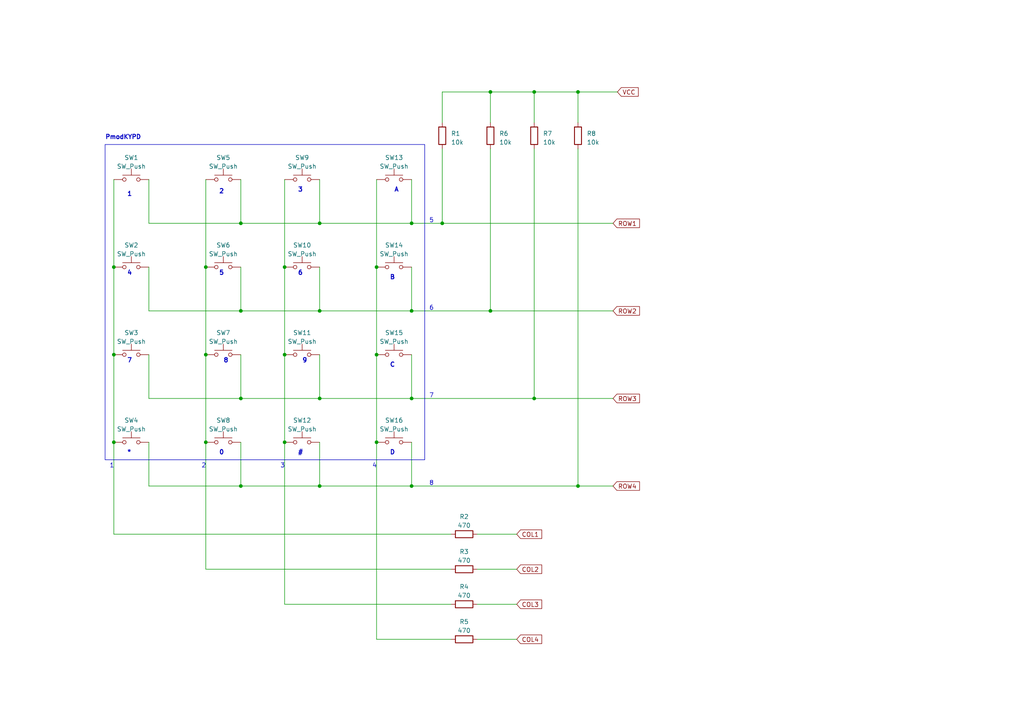
<source format=kicad_sch>
(kicad_sch (version 20230121) (generator eeschema)

  (uuid b4a36a6c-c955-49a8-9052-dbc7ea971579)

  (paper "A4")

  (title_block
    (title "KeyPad PmodKYPD")
    (date "2023-06-15")
  )

  (lib_symbols
    (symbol "Device:R" (pin_numbers hide) (pin_names (offset 0)) (in_bom yes) (on_board yes)
      (property "Reference" "R" (at 2.032 0 90)
        (effects (font (size 1.27 1.27)))
      )
      (property "Value" "R" (at 0 0 90)
        (effects (font (size 1.27 1.27)))
      )
      (property "Footprint" "" (at -1.778 0 90)
        (effects (font (size 1.27 1.27)) hide)
      )
      (property "Datasheet" "~" (at 0 0 0)
        (effects (font (size 1.27 1.27)) hide)
      )
      (property "ki_keywords" "R res resistor" (at 0 0 0)
        (effects (font (size 1.27 1.27)) hide)
      )
      (property "ki_description" "Resistor" (at 0 0 0)
        (effects (font (size 1.27 1.27)) hide)
      )
      (property "ki_fp_filters" "R_*" (at 0 0 0)
        (effects (font (size 1.27 1.27)) hide)
      )
      (symbol "R_0_1"
        (rectangle (start -1.016 -2.54) (end 1.016 2.54)
          (stroke (width 0.254) (type default))
          (fill (type none))
        )
      )
      (symbol "R_1_1"
        (pin passive line (at 0 3.81 270) (length 1.27)
          (name "~" (effects (font (size 1.27 1.27))))
          (number "1" (effects (font (size 1.27 1.27))))
        )
        (pin passive line (at 0 -3.81 90) (length 1.27)
          (name "~" (effects (font (size 1.27 1.27))))
          (number "2" (effects (font (size 1.27 1.27))))
        )
      )
    )
    (symbol "Switch:SW_Push" (pin_numbers hide) (pin_names (offset 1.016) hide) (in_bom yes) (on_board yes)
      (property "Reference" "SW" (at 1.27 2.54 0)
        (effects (font (size 1.27 1.27)) (justify left))
      )
      (property "Value" "SW_Push" (at 0 -1.524 0)
        (effects (font (size 1.27 1.27)))
      )
      (property "Footprint" "" (at 0 5.08 0)
        (effects (font (size 1.27 1.27)) hide)
      )
      (property "Datasheet" "~" (at 0 5.08 0)
        (effects (font (size 1.27 1.27)) hide)
      )
      (property "ki_keywords" "switch normally-open pushbutton push-button" (at 0 0 0)
        (effects (font (size 1.27 1.27)) hide)
      )
      (property "ki_description" "Push button switch, generic, two pins" (at 0 0 0)
        (effects (font (size 1.27 1.27)) hide)
      )
      (symbol "SW_Push_0_1"
        (circle (center -2.032 0) (radius 0.508)
          (stroke (width 0) (type default))
          (fill (type none))
        )
        (polyline
          (pts
            (xy 0 1.27)
            (xy 0 3.048)
          )
          (stroke (width 0) (type default))
          (fill (type none))
        )
        (polyline
          (pts
            (xy 2.54 1.27)
            (xy -2.54 1.27)
          )
          (stroke (width 0) (type default))
          (fill (type none))
        )
        (circle (center 2.032 0) (radius 0.508)
          (stroke (width 0) (type default))
          (fill (type none))
        )
        (pin passive line (at -5.08 0 0) (length 2.54)
          (name "1" (effects (font (size 1.27 1.27))))
          (number "1" (effects (font (size 1.27 1.27))))
        )
        (pin passive line (at 5.08 0 180) (length 2.54)
          (name "2" (effects (font (size 1.27 1.27))))
          (number "2" (effects (font (size 1.27 1.27))))
        )
      )
    )
  )

  (junction (at 33.02 128.27) (diameter 0) (color 0 0 0 0)
    (uuid 04551d68-1edd-4e30-8f82-8b9e798f0ace)
  )
  (junction (at 119.38 90.17) (diameter 0) (color 0 0 0 0)
    (uuid 0910a57e-3535-4975-b55f-fbc25b0e4ee6)
  )
  (junction (at 128.27 64.77) (diameter 0) (color 0 0 0 0)
    (uuid 0cb3140f-6c1b-451d-a1f0-a4826391e1f8)
  )
  (junction (at 69.85 115.57) (diameter 0) (color 0 0 0 0)
    (uuid 13821c97-61f9-4c50-9b0b-5800d9a18ab6)
  )
  (junction (at 167.64 140.97) (diameter 0) (color 0 0 0 0)
    (uuid 1575b1c0-b818-4ff5-b231-976f0164f152)
  )
  (junction (at 33.02 77.47) (diameter 0) (color 0 0 0 0)
    (uuid 1a759a79-28e0-4123-ae4e-e25b971b2143)
  )
  (junction (at 92.71 140.97) (diameter 0) (color 0 0 0 0)
    (uuid 23948470-2806-43da-9d1a-07be2096dd52)
  )
  (junction (at 69.85 64.77) (diameter 0) (color 0 0 0 0)
    (uuid 395d7063-7810-4f40-a98d-a55eb964009c)
  )
  (junction (at 109.22 102.87) (diameter 0) (color 0 0 0 0)
    (uuid 484ccf25-a3fb-4c94-8c2f-c923ef305e8f)
  )
  (junction (at 154.94 115.57) (diameter 0) (color 0 0 0 0)
    (uuid 4957c663-adaf-496d-8406-26aec5ff4233)
  )
  (junction (at 59.69 102.87) (diameter 0) (color 0 0 0 0)
    (uuid 4bfa99fa-d2ae-4e6e-bfb7-965449c05446)
  )
  (junction (at 92.71 115.57) (diameter 0) (color 0 0 0 0)
    (uuid 4cda5d8e-4d27-44ae-8867-a56009fcd1fc)
  )
  (junction (at 33.02 102.87) (diameter 0) (color 0 0 0 0)
    (uuid 526dbc9d-005d-4645-83eb-43b295f0c0e1)
  )
  (junction (at 154.94 26.67) (diameter 0) (color 0 0 0 0)
    (uuid 642f4f7e-18cf-41cb-8679-31c9bb60eec7)
  )
  (junction (at 59.69 77.47) (diameter 0) (color 0 0 0 0)
    (uuid 66b4cb0a-c59d-498c-84b5-73061684b24d)
  )
  (junction (at 82.55 77.47) (diameter 0) (color 0 0 0 0)
    (uuid 681600d8-2d66-48b2-a684-9310750b3f34)
  )
  (junction (at 119.38 140.97) (diameter 0) (color 0 0 0 0)
    (uuid 6bd3d7f7-0a86-4c54-ac0a-9185136b8995)
  )
  (junction (at 167.64 26.67) (diameter 0) (color 0 0 0 0)
    (uuid 70aa78bb-c3ce-4ce9-aba2-c8faf0668d8f)
  )
  (junction (at 119.38 64.77) (diameter 0) (color 0 0 0 0)
    (uuid 771b2d47-9cce-404e-a606-3cd2c21cab60)
  )
  (junction (at 92.71 90.17) (diameter 0) (color 0 0 0 0)
    (uuid 7ad064e7-9457-4d3b-9599-ccb0d569429a)
  )
  (junction (at 59.69 128.27) (diameter 0) (color 0 0 0 0)
    (uuid 7b042bcb-cbf6-4c08-95bd-8f4d4418e48f)
  )
  (junction (at 69.85 90.17) (diameter 0) (color 0 0 0 0)
    (uuid 81945e43-1ba1-4241-9acf-7bbed4a1d46c)
  )
  (junction (at 82.55 128.27) (diameter 0) (color 0 0 0 0)
    (uuid 838a5012-4aec-4e97-bcfe-00a30cc8054c)
  )
  (junction (at 109.22 77.47) (diameter 0) (color 0 0 0 0)
    (uuid 91e496fa-ff2b-432f-be36-33c9150e2ac6)
  )
  (junction (at 109.22 128.27) (diameter 0) (color 0 0 0 0)
    (uuid 93ceb3c5-331f-45d7-80cc-177076204a0f)
  )
  (junction (at 92.71 64.77) (diameter 0) (color 0 0 0 0)
    (uuid 9452854c-d041-48c3-9e31-ef728f5fd9cc)
  )
  (junction (at 82.55 102.87) (diameter 0) (color 0 0 0 0)
    (uuid ae1e45d2-ae2d-4897-b9ef-3db92caab0ce)
  )
  (junction (at 119.38 115.57) (diameter 0) (color 0 0 0 0)
    (uuid b2cd9be9-63b7-41c8-8e01-f031010a21c8)
  )
  (junction (at 142.24 90.17) (diameter 0) (color 0 0 0 0)
    (uuid c462570e-95fa-4695-a2e0-9a08f7675b4f)
  )
  (junction (at 142.24 26.67) (diameter 0) (color 0 0 0 0)
    (uuid ca7f3b26-186b-46e3-b555-835d1d6d1df1)
  )
  (junction (at 69.85 140.97) (diameter 0) (color 0 0 0 0)
    (uuid e5154a95-0580-4cb2-80fd-9b4439ba45db)
  )

  (wire (pts (xy 69.85 140.97) (xy 43.18 140.97))
    (stroke (width 0) (type default))
    (uuid 013b9343-6dad-4ea5-b3e8-d59bbf1550b2)
  )
  (wire (pts (xy 138.43 185.42) (xy 149.86 185.42))
    (stroke (width 0) (type default))
    (uuid 09981b55-c851-4526-ab0c-b61331112875)
  )
  (wire (pts (xy 43.18 77.47) (xy 43.18 90.17))
    (stroke (width 0) (type default))
    (uuid 09c2f85c-bc36-408d-b745-0a0d06d9dc3a)
  )
  (wire (pts (xy 59.69 52.07) (xy 59.69 77.47))
    (stroke (width 0) (type default))
    (uuid 0aa8c0f1-9b1a-41d2-9fe7-ae0015f643f8)
  )
  (wire (pts (xy 92.71 64.77) (xy 119.38 64.77))
    (stroke (width 0) (type default))
    (uuid 0c18f6e7-ee64-4245-87d3-309540cdefec)
  )
  (wire (pts (xy 128.27 35.56) (xy 128.27 26.67))
    (stroke (width 0) (type default))
    (uuid 125193d1-f5d3-4f4d-af09-dc3437c1d0c4)
  )
  (wire (pts (xy 177.8 140.97) (xy 167.64 140.97))
    (stroke (width 0) (type default))
    (uuid 1669c753-02ca-4e6e-b124-40554491ae2b)
  )
  (wire (pts (xy 69.85 77.47) (xy 69.85 90.17))
    (stroke (width 0) (type default))
    (uuid 1760d5ac-3688-47cf-adca-90be81f1c0a6)
  )
  (wire (pts (xy 119.38 128.27) (xy 119.38 140.97))
    (stroke (width 0) (type default))
    (uuid 17bc469e-a62f-453b-802a-893ae7f92048)
  )
  (wire (pts (xy 142.24 90.17) (xy 177.8 90.17))
    (stroke (width 0) (type default))
    (uuid 1dae89e1-3bd5-4f39-85cc-e60d1e35b297)
  )
  (wire (pts (xy 154.94 26.67) (xy 167.64 26.67))
    (stroke (width 0) (type default))
    (uuid 254e8994-b3d9-4bc0-b146-4baade9c6caa)
  )
  (wire (pts (xy 43.18 64.77) (xy 69.85 64.77))
    (stroke (width 0) (type default))
    (uuid 294ce95d-0a28-403d-956b-e99ac1089be5)
  )
  (wire (pts (xy 130.81 154.94) (xy 33.02 154.94))
    (stroke (width 0) (type default))
    (uuid 2c781880-b36b-49ec-9e58-b659c6cc4f03)
  )
  (wire (pts (xy 92.71 77.47) (xy 92.71 90.17))
    (stroke (width 0) (type default))
    (uuid 3c3aa23c-1ff7-4fa7-9a86-2a89ad0f4df9)
  )
  (wire (pts (xy 82.55 77.47) (xy 82.55 102.87))
    (stroke (width 0) (type default))
    (uuid 45dbbf21-0562-49ff-8441-634e62465e93)
  )
  (wire (pts (xy 138.43 165.1) (xy 149.86 165.1))
    (stroke (width 0) (type default))
    (uuid 471aefad-34b9-4b28-9413-f265ea7b2903)
  )
  (wire (pts (xy 59.69 102.87) (xy 59.69 128.27))
    (stroke (width 0) (type default))
    (uuid 47e28999-c2e6-4551-8939-f07f1337e6e1)
  )
  (wire (pts (xy 69.85 128.27) (xy 69.85 140.97))
    (stroke (width 0) (type default))
    (uuid 4ac3383f-6f5c-4e3d-a077-abd2b3874043)
  )
  (wire (pts (xy 167.64 140.97) (xy 119.38 140.97))
    (stroke (width 0) (type default))
    (uuid 4f85f450-3cb1-4e85-9574-59f783eeb042)
  )
  (wire (pts (xy 154.94 26.67) (xy 154.94 35.56))
    (stroke (width 0) (type default))
    (uuid 51f2f7f8-0f97-45f3-bfbb-4460512d5c67)
  )
  (wire (pts (xy 138.43 154.94) (xy 149.86 154.94))
    (stroke (width 0) (type default))
    (uuid 52299b26-a9f9-42c7-94d6-300e905e5e5a)
  )
  (wire (pts (xy 138.43 175.26) (xy 149.86 175.26))
    (stroke (width 0) (type default))
    (uuid 53a1e49b-87ed-47a3-a2cc-f85f912732e9)
  )
  (wire (pts (xy 43.18 102.87) (xy 43.18 115.57))
    (stroke (width 0) (type default))
    (uuid 5517ac4f-1491-476f-bcaf-c13f9bfd3a2d)
  )
  (wire (pts (xy 59.69 128.27) (xy 59.69 165.1))
    (stroke (width 0) (type default))
    (uuid 57c0e108-99da-410f-b603-6c7285409a16)
  )
  (wire (pts (xy 142.24 26.67) (xy 142.24 35.56))
    (stroke (width 0) (type default))
    (uuid 602e5c26-64a9-40a6-8353-7960c29d80d6)
  )
  (wire (pts (xy 109.22 52.07) (xy 109.22 77.47))
    (stroke (width 0) (type default))
    (uuid 6210d173-b5f6-4de4-ba43-d1035f67e48e)
  )
  (wire (pts (xy 119.38 140.97) (xy 92.71 140.97))
    (stroke (width 0) (type default))
    (uuid 6935f284-f1f1-42ba-8c2b-575a162c0e65)
  )
  (wire (pts (xy 109.22 102.87) (xy 109.22 128.27))
    (stroke (width 0) (type default))
    (uuid 69b946ba-8253-4306-b8fd-14e64e723f76)
  )
  (wire (pts (xy 69.85 64.77) (xy 92.71 64.77))
    (stroke (width 0) (type default))
    (uuid 6a76be87-ad3e-431d-af68-4a7e9f737102)
  )
  (wire (pts (xy 92.71 90.17) (xy 119.38 90.17))
    (stroke (width 0) (type default))
    (uuid 6b4ea3c6-f4c5-49c0-a8bb-f6f741ddeda1)
  )
  (wire (pts (xy 142.24 43.18) (xy 142.24 90.17))
    (stroke (width 0) (type default))
    (uuid 7421d818-cf55-4575-b946-01a143416b08)
  )
  (wire (pts (xy 69.85 52.07) (xy 69.85 64.77))
    (stroke (width 0) (type default))
    (uuid 7bc61432-ab8c-4865-b952-25133d7430f1)
  )
  (wire (pts (xy 119.38 90.17) (xy 142.24 90.17))
    (stroke (width 0) (type default))
    (uuid 80169881-b4ca-466c-af9b-314c6cc18354)
  )
  (wire (pts (xy 92.71 102.87) (xy 92.71 115.57))
    (stroke (width 0) (type default))
    (uuid 81108317-7161-4d59-bcc8-a51570b5455a)
  )
  (wire (pts (xy 92.71 128.27) (xy 92.71 140.97))
    (stroke (width 0) (type default))
    (uuid 83f4dbed-1d73-410f-a214-3d19a6a24a3f)
  )
  (wire (pts (xy 82.55 102.87) (xy 82.55 128.27))
    (stroke (width 0) (type default))
    (uuid 89b9caa6-fdcc-443d-aed2-7ef2235d002c)
  )
  (wire (pts (xy 142.24 26.67) (xy 154.94 26.67))
    (stroke (width 0) (type default))
    (uuid 8a9907be-defa-42b1-ad80-5cc55b82a530)
  )
  (wire (pts (xy 119.38 115.57) (xy 154.94 115.57))
    (stroke (width 0) (type default))
    (uuid 8da464ab-6499-4023-9afa-b36cfa57284e)
  )
  (wire (pts (xy 167.64 26.67) (xy 167.64 35.56))
    (stroke (width 0) (type default))
    (uuid 8dc04c48-84c7-4b27-adac-5f8ce4722941)
  )
  (wire (pts (xy 69.85 102.87) (xy 69.85 115.57))
    (stroke (width 0) (type default))
    (uuid 8dd07aa5-d3a1-4748-82f8-f13b150e141b)
  )
  (wire (pts (xy 92.71 140.97) (xy 69.85 140.97))
    (stroke (width 0) (type default))
    (uuid 9671dc86-3453-4de2-b4d3-701245d79456)
  )
  (wire (pts (xy 43.18 140.97) (xy 43.18 128.27))
    (stroke (width 0) (type default))
    (uuid 975fbb5a-0eee-412b-afe1-8dde42d153b3)
  )
  (wire (pts (xy 109.22 77.47) (xy 109.22 102.87))
    (stroke (width 0) (type default))
    (uuid 99fa76bb-87a7-4f57-8372-cb77d74a71de)
  )
  (wire (pts (xy 119.38 102.87) (xy 119.38 115.57))
    (stroke (width 0) (type default))
    (uuid 9ed37547-7f68-44c8-9047-50e605a31c3d)
  )
  (wire (pts (xy 43.18 90.17) (xy 69.85 90.17))
    (stroke (width 0) (type default))
    (uuid 9f43458b-e373-4101-bee3-8dd325bbd010)
  )
  (wire (pts (xy 82.55 52.07) (xy 82.55 77.47))
    (stroke (width 0) (type default))
    (uuid a06fc0df-626a-4fae-b064-1eb3149996b3)
  )
  (wire (pts (xy 119.38 52.07) (xy 119.38 64.77))
    (stroke (width 0) (type default))
    (uuid a480f1ec-4a53-4adb-b2b8-45e9d20c5a59)
  )
  (wire (pts (xy 109.22 185.42) (xy 130.81 185.42))
    (stroke (width 0) (type default))
    (uuid a518f57f-ad78-4cce-9956-f7fdcfab4a84)
  )
  (wire (pts (xy 154.94 115.57) (xy 177.8 115.57))
    (stroke (width 0) (type default))
    (uuid a55fc7ff-8a70-4745-94b8-3acf8989c6c4)
  )
  (wire (pts (xy 167.64 26.67) (xy 179.07 26.67))
    (stroke (width 0) (type default))
    (uuid ac4cb46b-3ec1-47c5-9e6e-3247f7b2a625)
  )
  (wire (pts (xy 167.64 43.18) (xy 167.64 140.97))
    (stroke (width 0) (type default))
    (uuid ad760205-7270-4d46-8f6c-c16d3032f711)
  )
  (wire (pts (xy 69.85 90.17) (xy 92.71 90.17))
    (stroke (width 0) (type default))
    (uuid aee159f2-40ed-4fa2-b9ee-a04d1f02efed)
  )
  (wire (pts (xy 119.38 64.77) (xy 128.27 64.77))
    (stroke (width 0) (type default))
    (uuid b13aa199-ae85-4889-a07d-b82f671d1eb7)
  )
  (wire (pts (xy 33.02 128.27) (xy 33.02 154.94))
    (stroke (width 0) (type default))
    (uuid b9cc74d1-49ba-4972-ab58-eb7876e2a2f2)
  )
  (wire (pts (xy 43.18 52.07) (xy 43.18 64.77))
    (stroke (width 0) (type default))
    (uuid bb0a0186-70ae-4e06-9a11-5fafad8486ef)
  )
  (wire (pts (xy 59.69 165.1) (xy 130.81 165.1))
    (stroke (width 0) (type default))
    (uuid c1160029-a063-408f-9c31-9255e4567050)
  )
  (wire (pts (xy 33.02 77.47) (xy 33.02 102.87))
    (stroke (width 0) (type default))
    (uuid c6eff51a-7ad1-4ff6-bf17-1838200fba14)
  )
  (wire (pts (xy 119.38 77.47) (xy 119.38 90.17))
    (stroke (width 0) (type default))
    (uuid c775c3f2-dbf6-43f2-b6bd-a93c60a7c162)
  )
  (wire (pts (xy 43.18 115.57) (xy 69.85 115.57))
    (stroke (width 0) (type default))
    (uuid c805edef-1d5d-48da-a626-9b0072ba146d)
  )
  (wire (pts (xy 33.02 52.07) (xy 33.02 77.47))
    (stroke (width 0) (type default))
    (uuid cd4709a8-43f6-4ce9-b6a7-42bac611e928)
  )
  (wire (pts (xy 109.22 128.27) (xy 109.22 185.42))
    (stroke (width 0) (type default))
    (uuid ceb218e3-b15c-4696-94b5-568bec01a55c)
  )
  (wire (pts (xy 154.94 43.18) (xy 154.94 115.57))
    (stroke (width 0) (type default))
    (uuid d5b7268a-f037-481c-b349-cba5364d7b4e)
  )
  (wire (pts (xy 82.55 175.26) (xy 130.81 175.26))
    (stroke (width 0) (type default))
    (uuid db78df2a-f90f-4b53-ad42-e8da22fea6d7)
  )
  (wire (pts (xy 128.27 64.77) (xy 177.8 64.77))
    (stroke (width 0) (type default))
    (uuid dc3997ee-46f8-40af-99a5-0d61cf0783e0)
  )
  (wire (pts (xy 59.69 77.47) (xy 59.69 102.87))
    (stroke (width 0) (type default))
    (uuid de542b45-a760-4e50-8b77-698887cdad50)
  )
  (wire (pts (xy 128.27 26.67) (xy 142.24 26.67))
    (stroke (width 0) (type default))
    (uuid e06eeb12-8560-45a7-8fbb-bf2b9e3f4dac)
  )
  (wire (pts (xy 82.55 128.27) (xy 82.55 175.26))
    (stroke (width 0) (type default))
    (uuid ec519a11-9427-442e-b168-5086e190f1b5)
  )
  (wire (pts (xy 128.27 43.18) (xy 128.27 64.77))
    (stroke (width 0) (type default))
    (uuid f4d6c26a-90a1-47b5-ba94-e24cb61e650d)
  )
  (wire (pts (xy 92.71 115.57) (xy 119.38 115.57))
    (stroke (width 0) (type default))
    (uuid f84a010f-41c8-46d2-9a69-6e5f3b130269)
  )
  (wire (pts (xy 69.85 115.57) (xy 92.71 115.57))
    (stroke (width 0) (type default))
    (uuid f91ff76b-6410-4a0a-b0ca-68f63e2c99a0)
  )
  (wire (pts (xy 92.71 52.07) (xy 92.71 64.77))
    (stroke (width 0) (type default))
    (uuid f97a4497-85eb-4cd4-a1f4-e8d331936eae)
  )
  (wire (pts (xy 33.02 102.87) (xy 33.02 128.27))
    (stroke (width 0) (type default))
    (uuid ff0ae958-2fab-4746-a753-0943e375dd3c)
  )

  (rectangle (start 30.48 41.91) (end 123.19 133.35)
    (stroke (width 0) (type default))
    (fill (type none))
    (uuid d9de17f3-dcbe-49af-8acd-85b29f646925)
  )

  (text "5" (at 124.46 64.77 0)
    (effects (font (size 1.27 1.27)) (justify left bottom))
    (uuid 037e6abf-a217-42b4-9546-5df46efcc553)
  )
  (text "6" (at 124.46 90.17 0)
    (effects (font (size 1.27 1.27)) (justify left bottom))
    (uuid 0bcadea0-0b4e-4286-84ee-03d0ff688e18)
  )
  (text "C" (at 113.03 106.68 0)
    (effects (font (size 1.27 1.27) bold) (justify left bottom))
    (uuid 1f6e6627-6f43-4b66-801f-8b4c60025cf6)
  )
  (text "4" (at 107.95 135.89 0)
    (effects (font (size 1.27 1.27)) (justify left bottom))
    (uuid 29a82241-6505-425f-8b79-52909522a567)
  )
  (text "5" (at 63.5 80.01 0)
    (effects (font (size 1.27 1.27) bold) (justify left bottom))
    (uuid 415f2999-8f96-41da-ac6a-1cd0c6eb8e91)
  )
  (text "#" (at 86.36 132.08 0)
    (effects (font (size 1.27 1.27) bold) (justify left bottom))
    (uuid 4ef40c02-f16c-478b-9f47-1f990c2ae4cc)
  )
  (text "A" (at 114.3 55.88 0)
    (effects (font (size 1.27 1.27) bold) (justify left bottom))
    (uuid 5a5442c1-300f-4b69-a042-9d5b9e5574bc)
  )
  (text "8" (at 64.77 105.41 0)
    (effects (font (size 1.27 1.27) bold) (justify left bottom))
    (uuid 5e1421f6-6965-479e-b8a5-66b7ad6c5f25)
  )
  (text "7" (at 124.46 115.57 0)
    (effects (font (size 1.27 1.27)) (justify left bottom))
    (uuid 5f7cf2b0-302a-4aaf-8741-a0ce8c2c0785)
  )
  (text "6" (at 86.36 80.01 0)
    (effects (font (size 1.27 1.27) bold) (justify left bottom))
    (uuid 688932d3-9531-41a9-9d2f-372c30d6dee1)
  )
  (text "PmodKYPD" (at 30.48 40.64 0)
    (effects (font (size 1.27 1.27) bold) (justify left bottom))
    (uuid 69201359-5be8-4ab5-a336-3b5257ead266)
  )
  (text "4" (at 36.83 80.01 0)
    (effects (font (size 1.27 1.27) bold) (justify left bottom))
    (uuid 7c22c4da-be15-410f-b190-2e4508f33f7c)
  )
  (text "2\n\n" (at 63.5 58.42 0)
    (effects (font (size 1.27 1.27) bold) (justify left bottom))
    (uuid 7f952a2c-f942-4a7e-8c72-ad1cab71c3f9)
  )
  (text "9" (at 87.63 105.41 0)
    (effects (font (size 1.27 1.27) bold) (justify left bottom))
    (uuid 8988e52b-64cc-44ee-aadf-6066fe5910eb)
  )
  (text "8" (at 124.46 140.97 0)
    (effects (font (size 1.27 1.27)) (justify left bottom))
    (uuid 95e5cfb4-d609-4b6b-9eda-ea4e0155fbac)
  )
  (text "1" (at 31.75 135.89 0)
    (effects (font (size 1.27 1.27)) (justify left bottom))
    (uuid a41b1e8a-87d1-4b11-aaf4-b92676bbe91f)
  )
  (text "0" (at 63.5 132.08 0)
    (effects (font (size 1.27 1.27) bold) (justify left bottom))
    (uuid a45a5dd5-0ce2-4199-a472-7f5c340ad7e9)
  )
  (text "2" (at 58.42 135.89 0)
    (effects (font (size 1.27 1.27)) (justify left bottom))
    (uuid a89be44e-c5f9-4169-9460-b2b29a9aaa0f)
  )
  (text "D" (at 113.03 132.08 0)
    (effects (font (size 1.27 1.27) bold) (justify left bottom))
    (uuid c2430c34-69c0-4ab6-9e6c-4acd11fa7f81)
  )
  (text "3" (at 81.28 135.89 0)
    (effects (font (size 1.27 1.27)) (justify left bottom))
    (uuid c5411950-784b-4eb7-8347-f27ff2052b52)
  )
  (text "7" (at 36.83 105.41 0)
    (effects (font (size 1.27 1.27) bold) (justify left bottom))
    (uuid d4dde0ed-8f8e-454f-8015-d81c2b91aac0)
  )
  (text "*" (at 36.83 132.08 0)
    (effects (font (size 1.27 1.27) bold) (justify left bottom))
    (uuid e311db34-fbd1-4a37-a645-29bbf81e3a5a)
  )
  (text "1" (at 36.83 57.15 0)
    (effects (font (size 1.27 1.27) (thickness 0.254) bold) (justify left bottom))
    (uuid e32b71c2-78c2-48e6-9873-1508f91b9bff)
  )
  (text "B" (at 113.03 81.28 0)
    (effects (font (size 1.27 1.27) bold) (justify left bottom))
    (uuid e4f15f1c-fe96-47da-b704-b56ef96d5837)
  )
  (text "3" (at 86.36 55.88 0)
    (effects (font (size 1.27 1.27) bold) (justify left bottom))
    (uuid f14144ae-dc21-4ddc-b13c-999ce54114e0)
  )

  (global_label "ROW3" (shape input) (at 177.8 115.57 0) (fields_autoplaced)
    (effects (font (size 1.27 1.27)) (justify left))
    (uuid 340bbbe4-0f9a-4cda-82b6-a69694aefb75)
    (property "Intersheetrefs" "${INTERSHEET_REFS}" (at 185.9672 115.57 0)
      (effects (font (size 1.27 1.27)) (justify left) hide)
    )
  )
  (global_label "COL2" (shape input) (at 149.86 165.1 0) (fields_autoplaced)
    (effects (font (size 1.27 1.27)) (justify left))
    (uuid 42d1d9ed-5106-4537-b10e-2d05031610a1)
    (property "Intersheetrefs" "${INTERSHEET_REFS}" (at 157.6039 165.1 0)
      (effects (font (size 1.27 1.27)) (justify left) hide)
    )
  )
  (global_label "VCC" (shape input) (at 179.07 26.67 0) (fields_autoplaced)
    (effects (font (size 1.27 1.27)) (justify left))
    (uuid 5f48622b-4018-47c6-9fdc-70f53d3e988f)
    (property "Intersheetrefs" "${INTERSHEET_REFS}" (at 185.6044 26.67 0)
      (effects (font (size 1.27 1.27)) (justify left) hide)
    )
  )
  (global_label "ROW4" (shape input) (at 177.8 140.97 0) (fields_autoplaced)
    (effects (font (size 1.27 1.27)) (justify left))
    (uuid 9474a719-fb32-4aea-910d-ba9458b98ae1)
    (property "Intersheetrefs" "${INTERSHEET_REFS}" (at 185.9672 140.97 0)
      (effects (font (size 1.27 1.27)) (justify left) hide)
    )
  )
  (global_label "ROW2" (shape input) (at 177.8 90.17 0) (fields_autoplaced)
    (effects (font (size 1.27 1.27)) (justify left))
    (uuid badd331a-c252-4a32-8d2f-8d23769c52bf)
    (property "Intersheetrefs" "${INTERSHEET_REFS}" (at 185.9672 90.17 0)
      (effects (font (size 1.27 1.27)) (justify left) hide)
    )
  )
  (global_label "COL4" (shape input) (at 149.86 185.42 0) (fields_autoplaced)
    (effects (font (size 1.27 1.27)) (justify left))
    (uuid c1eed36a-c576-4b62-a237-e7572bc70bab)
    (property "Intersheetrefs" "${INTERSHEET_REFS}" (at 157.6039 185.42 0)
      (effects (font (size 1.27 1.27)) (justify left) hide)
    )
  )
  (global_label "ROW1" (shape input) (at 177.8 64.77 0) (fields_autoplaced)
    (effects (font (size 1.27 1.27)) (justify left))
    (uuid c2b6a976-1c7d-41fe-a035-6aba85cbf407)
    (property "Intersheetrefs" "${INTERSHEET_REFS}" (at 185.9672 64.77 0)
      (effects (font (size 1.27 1.27)) (justify left) hide)
    )
  )
  (global_label "COL1" (shape input) (at 149.86 154.94 0) (fields_autoplaced)
    (effects (font (size 1.27 1.27)) (justify left))
    (uuid d75e8edc-8cd3-4567-b255-6914941bcd0b)
    (property "Intersheetrefs" "${INTERSHEET_REFS}" (at 157.6039 154.94 0)
      (effects (font (size 1.27 1.27)) (justify left) hide)
    )
  )
  (global_label "COL3" (shape input) (at 149.86 175.26 0) (fields_autoplaced)
    (effects (font (size 1.27 1.27)) (justify left))
    (uuid ff774988-a185-41f3-993c-604075b50c25)
    (property "Intersheetrefs" "${INTERSHEET_REFS}" (at 157.6039 175.26 0)
      (effects (font (size 1.27 1.27)) (justify left) hide)
    )
  )

  (symbol (lib_id "Device:R") (at 134.62 154.94 270) (unit 1)
    (in_bom yes) (on_board yes) (dnp no) (fields_autoplaced)
    (uuid 0e35acd9-e8c2-4901-8aec-0af2f5c1f97c)
    (property "Reference" "R2" (at 134.62 149.86 90)
      (effects (font (size 1.27 1.27)))
    )
    (property "Value" "470" (at 134.62 152.4 90)
      (effects (font (size 1.27 1.27)))
    )
    (property "Footprint" "" (at 134.62 153.162 90)
      (effects (font (size 1.27 1.27)) hide)
    )
    (property "Datasheet" "~" (at 134.62 154.94 0)
      (effects (font (size 1.27 1.27)) hide)
    )
    (pin "1" (uuid 43223bfb-a73b-4e3d-8169-f08068774861))
    (pin "2" (uuid d2ec8d6e-fa01-4310-80bb-4291abb8af1a))
    (instances
      (project "calculator"
        (path "/c551c393-3eaa-493e-8775-6217daf7eece"
          (reference "R2") (unit 1)
        )
        (path "/c551c393-3eaa-493e-8775-6217daf7eece/cbb934fa-8251-40d5-911c-ccb6ddf30dce"
          (reference "R10") (unit 1)
        )
      )
    )
  )

  (symbol (lib_id "Switch:SW_Push") (at 87.63 128.27 0) (unit 1)
    (in_bom yes) (on_board yes) (dnp no) (fields_autoplaced)
    (uuid 26fccf00-cb2a-4da0-9e95-1c7d3c72a446)
    (property "Reference" "SW12" (at 87.63 121.92 0)
      (effects (font (size 1.27 1.27)))
    )
    (property "Value" "SW_Push" (at 87.63 124.46 0)
      (effects (font (size 1.27 1.27)))
    )
    (property "Footprint" "" (at 87.63 123.19 0)
      (effects (font (size 1.27 1.27)) hide)
    )
    (property "Datasheet" "~" (at 87.63 123.19 0)
      (effects (font (size 1.27 1.27)) hide)
    )
    (pin "1" (uuid 38d05fba-1491-4c77-a767-25804d718357))
    (pin "2" (uuid 11262350-2943-456b-9fe9-044eacf1ff3d))
    (instances
      (project "calculator"
        (path "/c551c393-3eaa-493e-8775-6217daf7eece"
          (reference "SW12") (unit 1)
        )
        (path "/c551c393-3eaa-493e-8775-6217daf7eece/cbb934fa-8251-40d5-911c-ccb6ddf30dce"
          (reference "SW28") (unit 1)
        )
      )
    )
  )

  (symbol (lib_id "Device:R") (at 142.24 39.37 180) (unit 1)
    (in_bom yes) (on_board yes) (dnp no) (fields_autoplaced)
    (uuid 38164659-1f37-472c-a89f-8d8ce0c831b1)
    (property "Reference" "R6" (at 144.78 38.735 0)
      (effects (font (size 1.27 1.27)) (justify right))
    )
    (property "Value" "10k" (at 144.78 41.275 0)
      (effects (font (size 1.27 1.27)) (justify right))
    )
    (property "Footprint" "" (at 144.018 39.37 90)
      (effects (font (size 1.27 1.27)) hide)
    )
    (property "Datasheet" "~" (at 142.24 39.37 0)
      (effects (font (size 1.27 1.27)) hide)
    )
    (pin "1" (uuid a52c1aba-b4af-40dc-aeda-cf61dfdfa20e))
    (pin "2" (uuid 1a5f06bb-7e65-4f7c-948f-79667fbeaa78))
    (instances
      (project "calculator"
        (path "/c551c393-3eaa-493e-8775-6217daf7eece"
          (reference "R6") (unit 1)
        )
        (path "/c551c393-3eaa-493e-8775-6217daf7eece/cbb934fa-8251-40d5-911c-ccb6ddf30dce"
          (reference "R14") (unit 1)
        )
      )
    )
  )

  (symbol (lib_id "Switch:SW_Push") (at 64.77 128.27 0) (unit 1)
    (in_bom yes) (on_board yes) (dnp no) (fields_autoplaced)
    (uuid 462a93af-efc4-42b8-845d-15744e0c21f0)
    (property "Reference" "SW8" (at 64.77 121.92 0)
      (effects (font (size 1.27 1.27)))
    )
    (property "Value" "SW_Push" (at 64.77 124.46 0)
      (effects (font (size 1.27 1.27)))
    )
    (property "Footprint" "" (at 64.77 123.19 0)
      (effects (font (size 1.27 1.27)) hide)
    )
    (property "Datasheet" "~" (at 64.77 123.19 0)
      (effects (font (size 1.27 1.27)) hide)
    )
    (pin "1" (uuid 40907805-8c07-451a-a1b7-27f8315ce64d))
    (pin "2" (uuid ccb26000-476d-4972-b1cb-2e04341171d9))
    (instances
      (project "calculator"
        (path "/c551c393-3eaa-493e-8775-6217daf7eece"
          (reference "SW8") (unit 1)
        )
        (path "/c551c393-3eaa-493e-8775-6217daf7eece/cbb934fa-8251-40d5-911c-ccb6ddf30dce"
          (reference "SW24") (unit 1)
        )
      )
    )
  )

  (symbol (lib_id "Switch:SW_Push") (at 64.77 52.07 0) (unit 1)
    (in_bom yes) (on_board yes) (dnp no) (fields_autoplaced)
    (uuid 4a237930-07d8-41fd-8f3d-6a06b55b31c6)
    (property "Reference" "SW5" (at 64.77 45.72 0)
      (effects (font (size 1.27 1.27)))
    )
    (property "Value" "SW_Push" (at 64.77 48.26 0)
      (effects (font (size 1.27 1.27)))
    )
    (property "Footprint" "" (at 64.77 46.99 0)
      (effects (font (size 1.27 1.27)) hide)
    )
    (property "Datasheet" "~" (at 64.77 46.99 0)
      (effects (font (size 1.27 1.27)) hide)
    )
    (pin "1" (uuid dec30b68-5a6b-4e6a-abc1-e0b14496a862))
    (pin "2" (uuid 044b12e2-e9a7-4137-bb2b-2a6214cab51d))
    (instances
      (project "calculator"
        (path "/c551c393-3eaa-493e-8775-6217daf7eece"
          (reference "SW5") (unit 1)
        )
        (path "/c551c393-3eaa-493e-8775-6217daf7eece/cbb934fa-8251-40d5-911c-ccb6ddf30dce"
          (reference "SW21") (unit 1)
        )
      )
    )
  )

  (symbol (lib_id "Switch:SW_Push") (at 114.3 77.47 0) (unit 1)
    (in_bom yes) (on_board yes) (dnp no) (fields_autoplaced)
    (uuid 4deff4ac-d072-48c2-bed2-2363dfb900d2)
    (property "Reference" "SW14" (at 114.3 71.12 0)
      (effects (font (size 1.27 1.27)))
    )
    (property "Value" "SW_Push" (at 114.3 73.66 0)
      (effects (font (size 1.27 1.27)))
    )
    (property "Footprint" "" (at 114.3 72.39 0)
      (effects (font (size 1.27 1.27)) hide)
    )
    (property "Datasheet" "~" (at 114.3 72.39 0)
      (effects (font (size 1.27 1.27)) hide)
    )
    (pin "1" (uuid 0494edc8-b1c3-4be1-b52b-5f1df0ac94ea))
    (pin "2" (uuid 8a1174ba-a7eb-4b9c-b8ab-817a8a6f7ba2))
    (instances
      (project "calculator"
        (path "/c551c393-3eaa-493e-8775-6217daf7eece"
          (reference "SW14") (unit 1)
        )
        (path "/c551c393-3eaa-493e-8775-6217daf7eece/cbb934fa-8251-40d5-911c-ccb6ddf30dce"
          (reference "SW30") (unit 1)
        )
      )
    )
  )

  (symbol (lib_id "Switch:SW_Push") (at 38.1 128.27 0) (unit 1)
    (in_bom yes) (on_board yes) (dnp no) (fields_autoplaced)
    (uuid 547256a0-2ce7-4ccc-adab-d754836049b3)
    (property "Reference" "SW4" (at 38.1 121.92 0)
      (effects (font (size 1.27 1.27)))
    )
    (property "Value" "SW_Push" (at 38.1 124.46 0)
      (effects (font (size 1.27 1.27)))
    )
    (property "Footprint" "" (at 38.1 123.19 0)
      (effects (font (size 1.27 1.27)) hide)
    )
    (property "Datasheet" "~" (at 38.1 123.19 0)
      (effects (font (size 1.27 1.27)) hide)
    )
    (pin "1" (uuid 9d019743-6f25-4374-8dba-c60add3fc600))
    (pin "2" (uuid 02bf9dab-99fa-4924-ba0f-d2aeea368df4))
    (instances
      (project "calculator"
        (path "/c551c393-3eaa-493e-8775-6217daf7eece"
          (reference "SW4") (unit 1)
        )
        (path "/c551c393-3eaa-493e-8775-6217daf7eece/cbb934fa-8251-40d5-911c-ccb6ddf30dce"
          (reference "SW20") (unit 1)
        )
      )
    )
  )

  (symbol (lib_id "Device:R") (at 134.62 185.42 270) (unit 1)
    (in_bom yes) (on_board yes) (dnp no) (fields_autoplaced)
    (uuid 5617e659-56cb-4ec7-9590-19531bfb7fb1)
    (property "Reference" "R5" (at 134.62 180.34 90)
      (effects (font (size 1.27 1.27)))
    )
    (property "Value" "470" (at 134.62 182.88 90)
      (effects (font (size 1.27 1.27)))
    )
    (property "Footprint" "" (at 134.62 183.642 90)
      (effects (font (size 1.27 1.27)) hide)
    )
    (property "Datasheet" "~" (at 134.62 185.42 0)
      (effects (font (size 1.27 1.27)) hide)
    )
    (pin "1" (uuid 4b23235c-d457-4ae5-9679-e3ea1c158c2b))
    (pin "2" (uuid 6deac830-8599-42c9-8c8a-d7a22a22ae3f))
    (instances
      (project "calculator"
        (path "/c551c393-3eaa-493e-8775-6217daf7eece"
          (reference "R5") (unit 1)
        )
        (path "/c551c393-3eaa-493e-8775-6217daf7eece/cbb934fa-8251-40d5-911c-ccb6ddf30dce"
          (reference "R13") (unit 1)
        )
      )
    )
  )

  (symbol (lib_id "Switch:SW_Push") (at 38.1 77.47 0) (unit 1)
    (in_bom yes) (on_board yes) (dnp no) (fields_autoplaced)
    (uuid 595d6b3b-669c-4ff0-a773-7b223a45178d)
    (property "Reference" "SW2" (at 38.1 71.12 0)
      (effects (font (size 1.27 1.27)))
    )
    (property "Value" "SW_Push" (at 38.1 73.66 0)
      (effects (font (size 1.27 1.27)))
    )
    (property "Footprint" "" (at 38.1 72.39 0)
      (effects (font (size 1.27 1.27)) hide)
    )
    (property "Datasheet" "~" (at 38.1 72.39 0)
      (effects (font (size 1.27 1.27)) hide)
    )
    (pin "1" (uuid 1366e402-1574-435a-9121-d6343bf65e94))
    (pin "2" (uuid 5fafae8b-b89a-4d34-a7f5-8a4065ddfbc9))
    (instances
      (project "calculator"
        (path "/c551c393-3eaa-493e-8775-6217daf7eece"
          (reference "SW2") (unit 1)
        )
        (path "/c551c393-3eaa-493e-8775-6217daf7eece/cbb934fa-8251-40d5-911c-ccb6ddf30dce"
          (reference "SW18") (unit 1)
        )
      )
    )
  )

  (symbol (lib_id "Switch:SW_Push") (at 114.3 102.87 0) (unit 1)
    (in_bom yes) (on_board yes) (dnp no) (fields_autoplaced)
    (uuid 59b459e6-ad39-48b4-b9e2-adcea5f8901d)
    (property "Reference" "SW15" (at 114.3 96.52 0)
      (effects (font (size 1.27 1.27)))
    )
    (property "Value" "SW_Push" (at 114.3 99.06 0)
      (effects (font (size 1.27 1.27)))
    )
    (property "Footprint" "" (at 114.3 97.79 0)
      (effects (font (size 1.27 1.27)) hide)
    )
    (property "Datasheet" "~" (at 114.3 97.79 0)
      (effects (font (size 1.27 1.27)) hide)
    )
    (pin "1" (uuid c5069c64-3091-4c4c-9828-74ea1c5c047f))
    (pin "2" (uuid f6363c63-31d7-4e56-a198-3964cdd89b0e))
    (instances
      (project "calculator"
        (path "/c551c393-3eaa-493e-8775-6217daf7eece"
          (reference "SW15") (unit 1)
        )
        (path "/c551c393-3eaa-493e-8775-6217daf7eece/cbb934fa-8251-40d5-911c-ccb6ddf30dce"
          (reference "SW31") (unit 1)
        )
      )
    )
  )

  (symbol (lib_id "Device:R") (at 128.27 39.37 180) (unit 1)
    (in_bom yes) (on_board yes) (dnp no) (fields_autoplaced)
    (uuid 5c0f61a2-02de-48c0-911d-08155089765f)
    (property "Reference" "R1" (at 130.81 38.735 0)
      (effects (font (size 1.27 1.27)) (justify right))
    )
    (property "Value" "10k" (at 130.81 41.275 0)
      (effects (font (size 1.27 1.27)) (justify right))
    )
    (property "Footprint" "" (at 130.048 39.37 90)
      (effects (font (size 1.27 1.27)) hide)
    )
    (property "Datasheet" "~" (at 128.27 39.37 0)
      (effects (font (size 1.27 1.27)) hide)
    )
    (pin "1" (uuid ac835c9f-d05c-4a8f-afff-4356621b6d5d))
    (pin "2" (uuid 0e4b4ee0-cd75-4791-a44b-cbd3d885d0a0))
    (instances
      (project "calculator"
        (path "/c551c393-3eaa-493e-8775-6217daf7eece"
          (reference "R1") (unit 1)
        )
        (path "/c551c393-3eaa-493e-8775-6217daf7eece/cbb934fa-8251-40d5-911c-ccb6ddf30dce"
          (reference "R9") (unit 1)
        )
      )
    )
  )

  (symbol (lib_id "Switch:SW_Push") (at 87.63 102.87 0) (unit 1)
    (in_bom yes) (on_board yes) (dnp no) (fields_autoplaced)
    (uuid 638468fb-025b-460f-8c64-58b093480307)
    (property "Reference" "SW11" (at 87.63 96.52 0)
      (effects (font (size 1.27 1.27)))
    )
    (property "Value" "SW_Push" (at 87.63 99.06 0)
      (effects (font (size 1.27 1.27)))
    )
    (property "Footprint" "" (at 87.63 97.79 0)
      (effects (font (size 1.27 1.27)) hide)
    )
    (property "Datasheet" "~" (at 87.63 97.79 0)
      (effects (font (size 1.27 1.27)) hide)
    )
    (pin "1" (uuid 2a6b717c-5385-4cc1-8eac-7f8541b6fb6c))
    (pin "2" (uuid 91a38186-4670-4b85-bc9e-ada25d35aa65))
    (instances
      (project "calculator"
        (path "/c551c393-3eaa-493e-8775-6217daf7eece"
          (reference "SW11") (unit 1)
        )
        (path "/c551c393-3eaa-493e-8775-6217daf7eece/cbb934fa-8251-40d5-911c-ccb6ddf30dce"
          (reference "SW27") (unit 1)
        )
      )
    )
  )

  (symbol (lib_id "Switch:SW_Push") (at 114.3 128.27 0) (unit 1)
    (in_bom yes) (on_board yes) (dnp no) (fields_autoplaced)
    (uuid 810969a6-48f4-4fcf-ad39-db6d38766fdc)
    (property "Reference" "SW16" (at 114.3 121.92 0)
      (effects (font (size 1.27 1.27)))
    )
    (property "Value" "SW_Push" (at 114.3 124.46 0)
      (effects (font (size 1.27 1.27)))
    )
    (property "Footprint" "" (at 114.3 123.19 0)
      (effects (font (size 1.27 1.27)) hide)
    )
    (property "Datasheet" "~" (at 114.3 123.19 0)
      (effects (font (size 1.27 1.27)) hide)
    )
    (pin "1" (uuid a866cc52-c721-40f9-a04d-dda29659c9a7))
    (pin "2" (uuid aba1b06d-f50d-4079-9ff9-13b40a892b6d))
    (instances
      (project "calculator"
        (path "/c551c393-3eaa-493e-8775-6217daf7eece"
          (reference "SW16") (unit 1)
        )
        (path "/c551c393-3eaa-493e-8775-6217daf7eece/cbb934fa-8251-40d5-911c-ccb6ddf30dce"
          (reference "SW32") (unit 1)
        )
      )
    )
  )

  (symbol (lib_id "Switch:SW_Push") (at 38.1 102.87 0) (unit 1)
    (in_bom yes) (on_board yes) (dnp no) (fields_autoplaced)
    (uuid 8109db81-eacc-42f3-9aff-448abd4bcd41)
    (property "Reference" "SW3" (at 38.1 96.52 0)
      (effects (font (size 1.27 1.27)))
    )
    (property "Value" "SW_Push" (at 38.1 99.06 0)
      (effects (font (size 1.27 1.27)))
    )
    (property "Footprint" "" (at 38.1 97.79 0)
      (effects (font (size 1.27 1.27)) hide)
    )
    (property "Datasheet" "~" (at 38.1 97.79 0)
      (effects (font (size 1.27 1.27)) hide)
    )
    (pin "1" (uuid 4efb5ed5-4f12-4ce3-9a3e-0b117b0cbf6f))
    (pin "2" (uuid 3708abcd-df08-4b49-9231-0517defd2ada))
    (instances
      (project "calculator"
        (path "/c551c393-3eaa-493e-8775-6217daf7eece"
          (reference "SW3") (unit 1)
        )
        (path "/c551c393-3eaa-493e-8775-6217daf7eece/cbb934fa-8251-40d5-911c-ccb6ddf30dce"
          (reference "SW19") (unit 1)
        )
      )
    )
  )

  (symbol (lib_id "Switch:SW_Push") (at 38.1 52.07 0) (unit 1)
    (in_bom yes) (on_board yes) (dnp no) (fields_autoplaced)
    (uuid 92aaba11-03c4-4be5-8833-00dae4d93ea1)
    (property "Reference" "SW1" (at 38.1 45.72 0)
      (effects (font (size 1.27 1.27)))
    )
    (property "Value" "SW_Push" (at 38.1 48.26 0)
      (effects (font (size 1.27 1.27)))
    )
    (property "Footprint" "" (at 38.1 46.99 0)
      (effects (font (size 1.27 1.27)) hide)
    )
    (property "Datasheet" "~" (at 38.1 46.99 0)
      (effects (font (size 1.27 1.27)) hide)
    )
    (pin "1" (uuid 6b22927c-056a-40c5-a7a2-170b6c87934b))
    (pin "2" (uuid 315db256-d68c-4002-b05d-65a51c9269b1))
    (instances
      (project "calculator"
        (path "/c551c393-3eaa-493e-8775-6217daf7eece"
          (reference "SW1") (unit 1)
        )
        (path "/c551c393-3eaa-493e-8775-6217daf7eece/cbb934fa-8251-40d5-911c-ccb6ddf30dce"
          (reference "SW17") (unit 1)
        )
      )
    )
  )

  (symbol (lib_id "Switch:SW_Push") (at 87.63 52.07 0) (unit 1)
    (in_bom yes) (on_board yes) (dnp no) (fields_autoplaced)
    (uuid 9f31c292-83bc-4d87-9e96-ee6ccaaf410f)
    (property "Reference" "SW9" (at 87.63 45.72 0)
      (effects (font (size 1.27 1.27)))
    )
    (property "Value" "SW_Push" (at 87.63 48.26 0)
      (effects (font (size 1.27 1.27)))
    )
    (property "Footprint" "" (at 87.63 46.99 0)
      (effects (font (size 1.27 1.27)) hide)
    )
    (property "Datasheet" "~" (at 87.63 46.99 0)
      (effects (font (size 1.27 1.27)) hide)
    )
    (pin "1" (uuid 98e726e4-57ba-4cff-87a4-f2ec7d4e0488))
    (pin "2" (uuid 03aad8f7-fb2c-47c8-bb8b-1a6459306e5a))
    (instances
      (project "calculator"
        (path "/c551c393-3eaa-493e-8775-6217daf7eece"
          (reference "SW9") (unit 1)
        )
        (path "/c551c393-3eaa-493e-8775-6217daf7eece/cbb934fa-8251-40d5-911c-ccb6ddf30dce"
          (reference "SW25") (unit 1)
        )
      )
    )
  )

  (symbol (lib_id "Switch:SW_Push") (at 114.3 52.07 0) (unit 1)
    (in_bom yes) (on_board yes) (dnp no) (fields_autoplaced)
    (uuid b2bdb157-e9db-42fb-b46e-dc2e3c6e08e0)
    (property "Reference" "SW13" (at 114.3 45.72 0)
      (effects (font (size 1.27 1.27)))
    )
    (property "Value" "SW_Push" (at 114.3 48.26 0)
      (effects (font (size 1.27 1.27)))
    )
    (property "Footprint" "" (at 114.3 46.99 0)
      (effects (font (size 1.27 1.27)) hide)
    )
    (property "Datasheet" "~" (at 114.3 46.99 0)
      (effects (font (size 1.27 1.27)) hide)
    )
    (pin "1" (uuid 618a1c08-7afb-4ddd-af6a-68eb616be5e5))
    (pin "2" (uuid 7faea948-7dae-4908-8a72-aa598e258350))
    (instances
      (project "calculator"
        (path "/c551c393-3eaa-493e-8775-6217daf7eece"
          (reference "SW13") (unit 1)
        )
        (path "/c551c393-3eaa-493e-8775-6217daf7eece/cbb934fa-8251-40d5-911c-ccb6ddf30dce"
          (reference "SW29") (unit 1)
        )
      )
    )
  )

  (symbol (lib_id "Switch:SW_Push") (at 64.77 77.47 0) (unit 1)
    (in_bom yes) (on_board yes) (dnp no) (fields_autoplaced)
    (uuid bee710f1-e766-4961-8028-f4e1199c5973)
    (property "Reference" "SW6" (at 64.77 71.12 0)
      (effects (font (size 1.27 1.27)))
    )
    (property "Value" "SW_Push" (at 64.77 73.66 0)
      (effects (font (size 1.27 1.27)))
    )
    (property "Footprint" "" (at 64.77 72.39 0)
      (effects (font (size 1.27 1.27)) hide)
    )
    (property "Datasheet" "~" (at 64.77 72.39 0)
      (effects (font (size 1.27 1.27)) hide)
    )
    (pin "1" (uuid 8107c931-562c-4c91-aa16-48b9c522a21c))
    (pin "2" (uuid 6babc703-7f4d-4716-9cdb-1dc9961bdffe))
    (instances
      (project "calculator"
        (path "/c551c393-3eaa-493e-8775-6217daf7eece"
          (reference "SW6") (unit 1)
        )
        (path "/c551c393-3eaa-493e-8775-6217daf7eece/cbb934fa-8251-40d5-911c-ccb6ddf30dce"
          (reference "SW22") (unit 1)
        )
      )
    )
  )

  (symbol (lib_id "Device:R") (at 167.64 39.37 180) (unit 1)
    (in_bom yes) (on_board yes) (dnp no) (fields_autoplaced)
    (uuid c99d2d67-c813-4703-a568-0698f11a0ab5)
    (property "Reference" "R8" (at 170.18 38.735 0)
      (effects (font (size 1.27 1.27)) (justify right))
    )
    (property "Value" "10k" (at 170.18 41.275 0)
      (effects (font (size 1.27 1.27)) (justify right))
    )
    (property "Footprint" "" (at 169.418 39.37 90)
      (effects (font (size 1.27 1.27)) hide)
    )
    (property "Datasheet" "~" (at 167.64 39.37 0)
      (effects (font (size 1.27 1.27)) hide)
    )
    (pin "1" (uuid 615ee804-d2f5-4dea-8248-b90a8ef1708d))
    (pin "2" (uuid 00b63c3f-484e-4f0c-83b2-36126a3604ea))
    (instances
      (project "calculator"
        (path "/c551c393-3eaa-493e-8775-6217daf7eece"
          (reference "R8") (unit 1)
        )
        (path "/c551c393-3eaa-493e-8775-6217daf7eece/cbb934fa-8251-40d5-911c-ccb6ddf30dce"
          (reference "R16") (unit 1)
        )
      )
    )
  )

  (symbol (lib_id "Device:R") (at 134.62 175.26 270) (unit 1)
    (in_bom yes) (on_board yes) (dnp no) (fields_autoplaced)
    (uuid d1ab6751-7045-406e-bcac-512f72fe9da3)
    (property "Reference" "R4" (at 134.62 170.18 90)
      (effects (font (size 1.27 1.27)))
    )
    (property "Value" "470" (at 134.62 172.72 90)
      (effects (font (size 1.27 1.27)))
    )
    (property "Footprint" "" (at 134.62 173.482 90)
      (effects (font (size 1.27 1.27)) hide)
    )
    (property "Datasheet" "~" (at 134.62 175.26 0)
      (effects (font (size 1.27 1.27)) hide)
    )
    (pin "1" (uuid 40617152-759d-4162-ad5a-d80f6460bc2c))
    (pin "2" (uuid f9c9ceed-ea63-486d-bed4-9c71e599bd32))
    (instances
      (project "calculator"
        (path "/c551c393-3eaa-493e-8775-6217daf7eece"
          (reference "R4") (unit 1)
        )
        (path "/c551c393-3eaa-493e-8775-6217daf7eece/cbb934fa-8251-40d5-911c-ccb6ddf30dce"
          (reference "R12") (unit 1)
        )
      )
    )
  )

  (symbol (lib_id "Switch:SW_Push") (at 64.77 102.87 0) (unit 1)
    (in_bom yes) (on_board yes) (dnp no) (fields_autoplaced)
    (uuid d9bcc2cf-32c5-42ce-ba80-bbbe0d28c158)
    (property "Reference" "SW7" (at 64.77 96.52 0)
      (effects (font (size 1.27 1.27)))
    )
    (property "Value" "SW_Push" (at 64.77 99.06 0)
      (effects (font (size 1.27 1.27)))
    )
    (property "Footprint" "" (at 64.77 97.79 0)
      (effects (font (size 1.27 1.27)) hide)
    )
    (property "Datasheet" "~" (at 64.77 97.79 0)
      (effects (font (size 1.27 1.27)) hide)
    )
    (pin "1" (uuid 230fa97f-13a8-453f-9b1d-d86f23e5aae0))
    (pin "2" (uuid a81c3335-c29f-49f9-82a0-1d2e85fd8370))
    (instances
      (project "calculator"
        (path "/c551c393-3eaa-493e-8775-6217daf7eece"
          (reference "SW7") (unit 1)
        )
        (path "/c551c393-3eaa-493e-8775-6217daf7eece/cbb934fa-8251-40d5-911c-ccb6ddf30dce"
          (reference "SW23") (unit 1)
        )
      )
    )
  )

  (symbol (lib_id "Device:R") (at 134.62 165.1 270) (unit 1)
    (in_bom yes) (on_board yes) (dnp no) (fields_autoplaced)
    (uuid e5a09b26-a227-45e5-bb8c-2c35aadd390c)
    (property "Reference" "R3" (at 134.62 160.02 90)
      (effects (font (size 1.27 1.27)))
    )
    (property "Value" "470" (at 134.62 162.56 90)
      (effects (font (size 1.27 1.27)))
    )
    (property "Footprint" "" (at 134.62 163.322 90)
      (effects (font (size 1.27 1.27)) hide)
    )
    (property "Datasheet" "~" (at 134.62 165.1 0)
      (effects (font (size 1.27 1.27)) hide)
    )
    (pin "1" (uuid 62049af4-b94c-4571-8d04-5eee4eafa69e))
    (pin "2" (uuid a5dce8b3-3240-490f-8919-586528047a1c))
    (instances
      (project "calculator"
        (path "/c551c393-3eaa-493e-8775-6217daf7eece"
          (reference "R3") (unit 1)
        )
        (path "/c551c393-3eaa-493e-8775-6217daf7eece/cbb934fa-8251-40d5-911c-ccb6ddf30dce"
          (reference "R11") (unit 1)
        )
      )
    )
  )

  (symbol (lib_id "Device:R") (at 154.94 39.37 180) (unit 1)
    (in_bom yes) (on_board yes) (dnp no) (fields_autoplaced)
    (uuid fd839714-3d87-4ca1-b6ec-cef839b42f00)
    (property "Reference" "R7" (at 157.48 38.735 0)
      (effects (font (size 1.27 1.27)) (justify right))
    )
    (property "Value" "10k" (at 157.48 41.275 0)
      (effects (font (size 1.27 1.27)) (justify right))
    )
    (property "Footprint" "" (at 156.718 39.37 90)
      (effects (font (size 1.27 1.27)) hide)
    )
    (property "Datasheet" "~" (at 154.94 39.37 0)
      (effects (font (size 1.27 1.27)) hide)
    )
    (pin "1" (uuid 4feb6e67-ab24-4b21-b1ff-c7922ba9d16f))
    (pin "2" (uuid 5c68b149-f7c3-4e71-8d46-b7d22351ec22))
    (instances
      (project "calculator"
        (path "/c551c393-3eaa-493e-8775-6217daf7eece"
          (reference "R7") (unit 1)
        )
        (path "/c551c393-3eaa-493e-8775-6217daf7eece/cbb934fa-8251-40d5-911c-ccb6ddf30dce"
          (reference "R15") (unit 1)
        )
      )
    )
  )

  (symbol (lib_id "Switch:SW_Push") (at 87.63 77.47 0) (unit 1)
    (in_bom yes) (on_board yes) (dnp no) (fields_autoplaced)
    (uuid fde674c1-d936-4212-911a-ed271950a3c0)
    (property "Reference" "SW10" (at 87.63 71.12 0)
      (effects (font (size 1.27 1.27)))
    )
    (property "Value" "SW_Push" (at 87.63 73.66 0)
      (effects (font (size 1.27 1.27)))
    )
    (property "Footprint" "" (at 87.63 72.39 0)
      (effects (font (size 1.27 1.27)) hide)
    )
    (property "Datasheet" "~" (at 87.63 72.39 0)
      (effects (font (size 1.27 1.27)) hide)
    )
    (pin "1" (uuid 283a909a-97e1-43b7-bb7e-1e2f2847db07))
    (pin "2" (uuid 3164de16-addf-48fa-8407-1390062ac375))
    (instances
      (project "calculator"
        (path "/c551c393-3eaa-493e-8775-6217daf7eece"
          (reference "SW10") (unit 1)
        )
        (path "/c551c393-3eaa-493e-8775-6217daf7eece/cbb934fa-8251-40d5-911c-ccb6ddf30dce"
          (reference "SW26") (unit 1)
        )
      )
    )
  )
)

</source>
